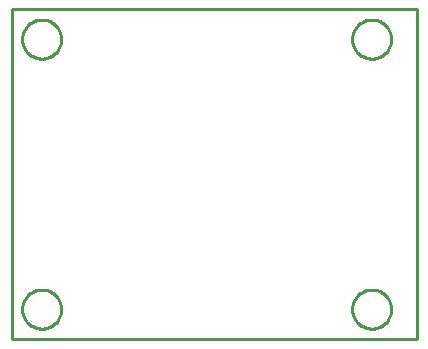
<source format=gbr>
G04 EAGLE Gerber RS-274X export*
G75*
%MOMM*%
%FSLAX34Y34*%
%LPD*%
%IN*%
%IPPOS*%
%AMOC8*
5,1,8,0,0,1.08239X$1,22.5*%
G01*
%ADD10C,0.254000*%


D10*
X0Y0D02*
X342900Y0D01*
X342900Y279400D01*
X0Y279400D01*
X0Y0D01*
X41910Y24860D02*
X41839Y23781D01*
X41698Y22709D01*
X41487Y21649D01*
X41208Y20605D01*
X40860Y19581D01*
X40446Y18583D01*
X39968Y17613D01*
X39428Y16677D01*
X38827Y15778D01*
X38169Y14921D01*
X37457Y14108D01*
X36692Y13344D01*
X35879Y12631D01*
X35022Y11973D01*
X34123Y11372D01*
X33187Y10832D01*
X32217Y10354D01*
X31219Y9940D01*
X30195Y9592D01*
X29151Y9313D01*
X28091Y9102D01*
X27019Y8961D01*
X25940Y8890D01*
X24860Y8890D01*
X23781Y8961D01*
X22709Y9102D01*
X21649Y9313D01*
X20605Y9592D01*
X19581Y9940D01*
X18583Y10354D01*
X17613Y10832D01*
X16677Y11372D01*
X15778Y11973D01*
X14921Y12631D01*
X14108Y13344D01*
X13344Y14108D01*
X12631Y14921D01*
X11973Y15778D01*
X11372Y16677D01*
X10832Y17613D01*
X10354Y18583D01*
X9940Y19581D01*
X9592Y20605D01*
X9313Y21649D01*
X9102Y22709D01*
X8961Y23781D01*
X8890Y24860D01*
X8890Y25940D01*
X8961Y27019D01*
X9102Y28091D01*
X9313Y29151D01*
X9592Y30195D01*
X9940Y31219D01*
X10354Y32217D01*
X10832Y33187D01*
X11372Y34123D01*
X11973Y35022D01*
X12631Y35879D01*
X13344Y36692D01*
X14108Y37457D01*
X14921Y38169D01*
X15778Y38827D01*
X16677Y39428D01*
X17613Y39968D01*
X18583Y40446D01*
X19581Y40860D01*
X20605Y41208D01*
X21649Y41487D01*
X22709Y41698D01*
X23781Y41839D01*
X24860Y41910D01*
X25940Y41910D01*
X27019Y41839D01*
X28091Y41698D01*
X29151Y41487D01*
X30195Y41208D01*
X31219Y40860D01*
X32217Y40446D01*
X33187Y39968D01*
X34123Y39428D01*
X35022Y38827D01*
X35879Y38169D01*
X36692Y37457D01*
X37457Y36692D01*
X38169Y35879D01*
X38827Y35022D01*
X39428Y34123D01*
X39968Y33187D01*
X40446Y32217D01*
X40860Y31219D01*
X41208Y30195D01*
X41487Y29151D01*
X41698Y28091D01*
X41839Y27019D01*
X41910Y25940D01*
X41910Y24860D01*
X41910Y253460D02*
X41839Y252381D01*
X41698Y251309D01*
X41487Y250249D01*
X41208Y249205D01*
X40860Y248181D01*
X40446Y247183D01*
X39968Y246213D01*
X39428Y245277D01*
X38827Y244378D01*
X38169Y243521D01*
X37457Y242708D01*
X36692Y241944D01*
X35879Y241231D01*
X35022Y240573D01*
X34123Y239972D01*
X33187Y239432D01*
X32217Y238954D01*
X31219Y238540D01*
X30195Y238192D01*
X29151Y237913D01*
X28091Y237702D01*
X27019Y237561D01*
X25940Y237490D01*
X24860Y237490D01*
X23781Y237561D01*
X22709Y237702D01*
X21649Y237913D01*
X20605Y238192D01*
X19581Y238540D01*
X18583Y238954D01*
X17613Y239432D01*
X16677Y239972D01*
X15778Y240573D01*
X14921Y241231D01*
X14108Y241944D01*
X13344Y242708D01*
X12631Y243521D01*
X11973Y244378D01*
X11372Y245277D01*
X10832Y246213D01*
X10354Y247183D01*
X9940Y248181D01*
X9592Y249205D01*
X9313Y250249D01*
X9102Y251309D01*
X8961Y252381D01*
X8890Y253460D01*
X8890Y254540D01*
X8961Y255619D01*
X9102Y256691D01*
X9313Y257751D01*
X9592Y258795D01*
X9940Y259819D01*
X10354Y260817D01*
X10832Y261787D01*
X11372Y262723D01*
X11973Y263622D01*
X12631Y264479D01*
X13344Y265292D01*
X14108Y266057D01*
X14921Y266769D01*
X15778Y267427D01*
X16677Y268028D01*
X17613Y268568D01*
X18583Y269046D01*
X19581Y269460D01*
X20605Y269808D01*
X21649Y270087D01*
X22709Y270298D01*
X23781Y270439D01*
X24860Y270510D01*
X25940Y270510D01*
X27019Y270439D01*
X28091Y270298D01*
X29151Y270087D01*
X30195Y269808D01*
X31219Y269460D01*
X32217Y269046D01*
X33187Y268568D01*
X34123Y268028D01*
X35022Y267427D01*
X35879Y266769D01*
X36692Y266057D01*
X37457Y265292D01*
X38169Y264479D01*
X38827Y263622D01*
X39428Y262723D01*
X39968Y261787D01*
X40446Y260817D01*
X40860Y259819D01*
X41208Y258795D01*
X41487Y257751D01*
X41698Y256691D01*
X41839Y255619D01*
X41910Y254540D01*
X41910Y253460D01*
X321310Y253460D02*
X321239Y252381D01*
X321098Y251309D01*
X320887Y250249D01*
X320608Y249205D01*
X320260Y248181D01*
X319846Y247183D01*
X319368Y246213D01*
X318828Y245277D01*
X318227Y244378D01*
X317569Y243521D01*
X316857Y242708D01*
X316092Y241944D01*
X315279Y241231D01*
X314422Y240573D01*
X313523Y239972D01*
X312587Y239432D01*
X311617Y238954D01*
X310619Y238540D01*
X309595Y238192D01*
X308551Y237913D01*
X307491Y237702D01*
X306419Y237561D01*
X305340Y237490D01*
X304260Y237490D01*
X303181Y237561D01*
X302109Y237702D01*
X301049Y237913D01*
X300005Y238192D01*
X298981Y238540D01*
X297983Y238954D01*
X297013Y239432D01*
X296077Y239972D01*
X295178Y240573D01*
X294321Y241231D01*
X293508Y241944D01*
X292744Y242708D01*
X292031Y243521D01*
X291373Y244378D01*
X290772Y245277D01*
X290232Y246213D01*
X289754Y247183D01*
X289340Y248181D01*
X288992Y249205D01*
X288713Y250249D01*
X288502Y251309D01*
X288361Y252381D01*
X288290Y253460D01*
X288290Y254540D01*
X288361Y255619D01*
X288502Y256691D01*
X288713Y257751D01*
X288992Y258795D01*
X289340Y259819D01*
X289754Y260817D01*
X290232Y261787D01*
X290772Y262723D01*
X291373Y263622D01*
X292031Y264479D01*
X292744Y265292D01*
X293508Y266057D01*
X294321Y266769D01*
X295178Y267427D01*
X296077Y268028D01*
X297013Y268568D01*
X297983Y269046D01*
X298981Y269460D01*
X300005Y269808D01*
X301049Y270087D01*
X302109Y270298D01*
X303181Y270439D01*
X304260Y270510D01*
X305340Y270510D01*
X306419Y270439D01*
X307491Y270298D01*
X308551Y270087D01*
X309595Y269808D01*
X310619Y269460D01*
X311617Y269046D01*
X312587Y268568D01*
X313523Y268028D01*
X314422Y267427D01*
X315279Y266769D01*
X316092Y266057D01*
X316857Y265292D01*
X317569Y264479D01*
X318227Y263622D01*
X318828Y262723D01*
X319368Y261787D01*
X319846Y260817D01*
X320260Y259819D01*
X320608Y258795D01*
X320887Y257751D01*
X321098Y256691D01*
X321239Y255619D01*
X321310Y254540D01*
X321310Y253460D01*
X321310Y24860D02*
X321239Y23781D01*
X321098Y22709D01*
X320887Y21649D01*
X320608Y20605D01*
X320260Y19581D01*
X319846Y18583D01*
X319368Y17613D01*
X318828Y16677D01*
X318227Y15778D01*
X317569Y14921D01*
X316857Y14108D01*
X316092Y13344D01*
X315279Y12631D01*
X314422Y11973D01*
X313523Y11372D01*
X312587Y10832D01*
X311617Y10354D01*
X310619Y9940D01*
X309595Y9592D01*
X308551Y9313D01*
X307491Y9102D01*
X306419Y8961D01*
X305340Y8890D01*
X304260Y8890D01*
X303181Y8961D01*
X302109Y9102D01*
X301049Y9313D01*
X300005Y9592D01*
X298981Y9940D01*
X297983Y10354D01*
X297013Y10832D01*
X296077Y11372D01*
X295178Y11973D01*
X294321Y12631D01*
X293508Y13344D01*
X292744Y14108D01*
X292031Y14921D01*
X291373Y15778D01*
X290772Y16677D01*
X290232Y17613D01*
X289754Y18583D01*
X289340Y19581D01*
X288992Y20605D01*
X288713Y21649D01*
X288502Y22709D01*
X288361Y23781D01*
X288290Y24860D01*
X288290Y25940D01*
X288361Y27019D01*
X288502Y28091D01*
X288713Y29151D01*
X288992Y30195D01*
X289340Y31219D01*
X289754Y32217D01*
X290232Y33187D01*
X290772Y34123D01*
X291373Y35022D01*
X292031Y35879D01*
X292744Y36692D01*
X293508Y37457D01*
X294321Y38169D01*
X295178Y38827D01*
X296077Y39428D01*
X297013Y39968D01*
X297983Y40446D01*
X298981Y40860D01*
X300005Y41208D01*
X301049Y41487D01*
X302109Y41698D01*
X303181Y41839D01*
X304260Y41910D01*
X305340Y41910D01*
X306419Y41839D01*
X307491Y41698D01*
X308551Y41487D01*
X309595Y41208D01*
X310619Y40860D01*
X311617Y40446D01*
X312587Y39968D01*
X313523Y39428D01*
X314422Y38827D01*
X315279Y38169D01*
X316092Y37457D01*
X316857Y36692D01*
X317569Y35879D01*
X318227Y35022D01*
X318828Y34123D01*
X319368Y33187D01*
X319846Y32217D01*
X320260Y31219D01*
X320608Y30195D01*
X320887Y29151D01*
X321098Y28091D01*
X321239Y27019D01*
X321310Y25940D01*
X321310Y24860D01*
M02*

</source>
